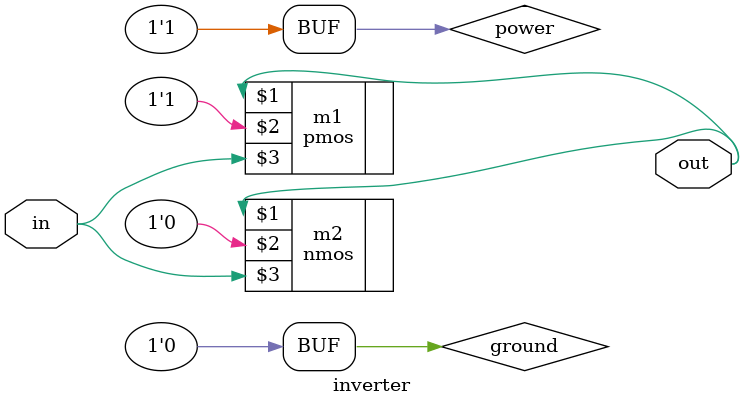
<source format=v>
`timescale 1ns / 1ps


module inverter(out,in);
    input in;
    output out;
   supply1 power;
   supply0 ground; 
    
   pmos m1(out,power, in);
   nmos m2(out,ground,in);
endmodule

</source>
